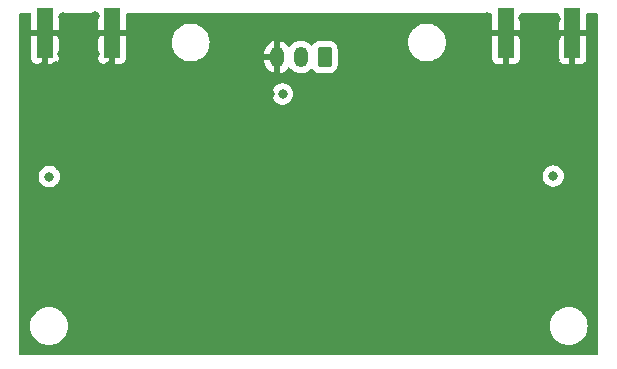
<source format=gbr>
%TF.GenerationSoftware,KiCad,Pcbnew,(6.0.1)*%
%TF.CreationDate,2022-02-11T18:02:55+00:00*%
%TF.ProjectId,Broadcast_Filter,42726f61-6463-4617-9374-5f46696c7465,rev?*%
%TF.SameCoordinates,Original*%
%TF.FileFunction,Copper,L4,Bot*%
%TF.FilePolarity,Positive*%
%FSLAX46Y46*%
G04 Gerber Fmt 4.6, Leading zero omitted, Abs format (unit mm)*
G04 Created by KiCad (PCBNEW (6.0.1)) date 2022-02-11 18:02:55*
%MOMM*%
%LPD*%
G01*
G04 APERTURE LIST*
G04 Aperture macros list*
%AMRoundRect*
0 Rectangle with rounded corners*
0 $1 Rounding radius*
0 $2 $3 $4 $5 $6 $7 $8 $9 X,Y pos of 4 corners*
0 Add a 4 corners polygon primitive as box body*
4,1,4,$2,$3,$4,$5,$6,$7,$8,$9,$2,$3,0*
0 Add four circle primitives for the rounded corners*
1,1,$1+$1,$2,$3*
1,1,$1+$1,$4,$5*
1,1,$1+$1,$6,$7*
1,1,$1+$1,$8,$9*
0 Add four rect primitives between the rounded corners*
20,1,$1+$1,$2,$3,$4,$5,0*
20,1,$1+$1,$4,$5,$6,$7,0*
20,1,$1+$1,$6,$7,$8,$9,0*
20,1,$1+$1,$8,$9,$2,$3,0*%
G04 Aperture macros list end*
%TA.AperFunction,ComponentPad*%
%ADD10RoundRect,0.250000X0.350000X0.625000X-0.350000X0.625000X-0.350000X-0.625000X0.350000X-0.625000X0*%
%TD*%
%TA.AperFunction,ComponentPad*%
%ADD11O,1.200000X1.750000*%
%TD*%
%TA.AperFunction,SMDPad,CuDef*%
%ADD12R,1.350000X4.200000*%
%TD*%
%TA.AperFunction,ViaPad*%
%ADD13C,0.800000*%
%TD*%
G04 APERTURE END LIST*
D10*
%TO.P,J2,1,Pin_1*%
%TO.N,Net-(J2-Pad1)*%
X126333000Y-104232800D03*
D11*
%TO.P,J2,2,Pin_2*%
%TO.N,Net-(J2-Pad2)*%
X124333000Y-104232800D03*
%TO.P,J2,3,Pin_3*%
%TO.N,GND*%
X122333000Y-104232800D03*
%TD*%
D12*
%TO.P,J3,2,Ext*%
%TO.N,GND*%
X141675000Y-102200000D03*
X147325000Y-102200000D03*
%TD*%
%TO.P,J1,2,Ext*%
%TO.N,GND*%
X102675000Y-102200000D03*
X108325000Y-102200000D03*
%TD*%
D13*
%TO.N,GND*%
X127838200Y-122910600D03*
X148082000Y-115392200D03*
X100914200Y-102590600D03*
X106375200Y-111074200D03*
X140665200Y-113588800D03*
X110032800Y-104013000D03*
X125018800Y-111125000D03*
X107467400Y-115062000D03*
X126187200Y-119786400D03*
X126314200Y-116611400D03*
X119507000Y-116484400D03*
X105206800Y-116408200D03*
X129184400Y-111175800D03*
X106197400Y-119634000D03*
X131177900Y-126632100D03*
X116332000Y-113588800D03*
X146685000Y-113207800D03*
X107950000Y-119684800D03*
X126199500Y-126530500D03*
X105460800Y-106197400D03*
X104749600Y-107111800D03*
X110032800Y-100990400D03*
X128104500Y-126530500D03*
X111035700Y-126479700D03*
X104698800Y-108458000D03*
X140639800Y-111099600D03*
X133527800Y-113614200D03*
X124333000Y-116306600D03*
X136220200Y-119964200D03*
X108000800Y-123139200D03*
X102006400Y-110693200D03*
X109575600Y-127914400D03*
X123037600Y-122986800D03*
X130987800Y-104648000D03*
X106908600Y-102463600D03*
X115976400Y-123240800D03*
X148437600Y-108483400D03*
X140081000Y-100863400D03*
X122897500Y-126530500D03*
X139700000Y-128295400D03*
X117830600Y-114884200D03*
X138252200Y-111099600D03*
X106324400Y-107721400D03*
X101930200Y-106095800D03*
X129260600Y-113614200D03*
X148945600Y-101015800D03*
X120345200Y-104267000D03*
X140030200Y-102438200D03*
X118237000Y-104521000D03*
X132892800Y-116890800D03*
X112750600Y-114833400D03*
X116128800Y-114782600D03*
X108077000Y-105029000D03*
X112813700Y-126479700D03*
X138277600Y-119938800D03*
X141325600Y-123088400D03*
X121716800Y-107365800D03*
X116001800Y-119888000D03*
X135991600Y-113588800D03*
X143129000Y-102438200D03*
X143332200Y-119913400D03*
X120700800Y-113563400D03*
X102336600Y-113055400D03*
X120954800Y-123063000D03*
X127279400Y-113614200D03*
X116217300Y-126530500D03*
X145846800Y-104444800D03*
X102336600Y-117449600D03*
X112750600Y-119710200D03*
X120777000Y-111099600D03*
X143459200Y-104698800D03*
X143103600Y-100965000D03*
X141605000Y-114147600D03*
X131368800Y-113639600D03*
X100939600Y-104013000D03*
X136194800Y-123012200D03*
X114477800Y-116484400D03*
X108000800Y-126542800D03*
X148996400Y-102539800D03*
X110083600Y-113614200D03*
X111023400Y-121437400D03*
X100914200Y-100990400D03*
X104775000Y-118999000D03*
X145948400Y-102565200D03*
X108051600Y-107289600D03*
X142875000Y-107518200D03*
X107823000Y-116636800D03*
X112064800Y-111125000D03*
X125044200Y-113639600D03*
X147548600Y-105689400D03*
X102006400Y-111861600D03*
X120904000Y-114681000D03*
X139725400Y-116916200D03*
X118516400Y-111125000D03*
X106908600Y-103987600D03*
X122910600Y-113614200D03*
X123012200Y-119761000D03*
X110032800Y-102412800D03*
X104114600Y-102489000D03*
X135940800Y-111125000D03*
X145923000Y-101015800D03*
X112826800Y-124866400D03*
X101904800Y-107594400D03*
X143840200Y-114452400D03*
X148132800Y-111582200D03*
X145440400Y-109016800D03*
X137959700Y-126632100D03*
X131191000Y-123113800D03*
X129717800Y-128168400D03*
X110972600Y-124841000D03*
X103555800Y-105029000D03*
X140081000Y-104571800D03*
X144399000Y-118491000D03*
X109423200Y-116535200D03*
X144094200Y-106045000D03*
X114147600Y-111125000D03*
X106883200Y-100736400D03*
X108102400Y-111074200D03*
X121005600Y-119862600D03*
X131292600Y-111150400D03*
X112750600Y-123037600D03*
X141884400Y-106019600D03*
X117983000Y-123164600D03*
X127177800Y-111125000D03*
X131114800Y-119837200D03*
X111150400Y-104648000D03*
X104063800Y-103936800D03*
X114198400Y-113512600D03*
X102438200Y-105054400D03*
X125958600Y-122936000D03*
X148920200Y-104165400D03*
X122910600Y-111048800D03*
X145440400Y-107391200D03*
X146558000Y-117144800D03*
X107696000Y-113360200D03*
X134823200Y-128143000D03*
X129590800Y-116865400D03*
X104343200Y-110007400D03*
X101930200Y-109143800D03*
X145745200Y-110845600D03*
X138303000Y-113588800D03*
X119481600Y-128016000D03*
X111023400Y-119684800D03*
X104800400Y-117576600D03*
X133045200Y-119710200D03*
X141198600Y-126619000D03*
X110032800Y-111125000D03*
X136334100Y-126632100D03*
X101396800Y-114300000D03*
X105232200Y-114630200D03*
X133553200Y-111150400D03*
X138353800Y-104571800D03*
X121043300Y-126530500D03*
X118618000Y-113614200D03*
X112191800Y-113512600D03*
X144322800Y-117017800D03*
X108000800Y-124815600D03*
X117944500Y-126530500D03*
X122377200Y-101447600D03*
X133082900Y-126632100D03*
X141630400Y-116941600D03*
X127863600Y-119786400D03*
X110972600Y-123139200D03*
X122809000Y-114681000D03*
X117957600Y-119761000D03*
X133121400Y-123063000D03*
X136372600Y-116865400D03*
X104165400Y-100863400D03*
X114528600Y-128092200D03*
X141605000Y-115519200D03*
X124561600Y-128066800D03*
X111099600Y-114884200D03*
X138176000Y-123063000D03*
X141325600Y-119913400D03*
X112826800Y-121412000D03*
X143433800Y-111150400D03*
X148107400Y-109931200D03*
X148463000Y-107010200D03*
X106299000Y-105181400D03*
X116306600Y-111125000D03*
X108000800Y-121361200D03*
%TO.N,/Thru*%
X103022400Y-114350800D03*
X122782468Y-107365800D03*
X145694400Y-114300000D03*
%TD*%
%TA.AperFunction,Conductor*%
%TO.N,GND*%
G36*
X101442121Y-100520002D02*
G01*
X101488614Y-100573658D01*
X101500000Y-100626000D01*
X101500000Y-101927885D01*
X101504475Y-101943124D01*
X101505865Y-101944329D01*
X101513548Y-101946000D01*
X103831885Y-101946000D01*
X103847124Y-101941525D01*
X103848329Y-101940135D01*
X103850000Y-101932452D01*
X103850000Y-100626000D01*
X103870002Y-100557879D01*
X103923658Y-100511386D01*
X103976000Y-100500000D01*
X107024000Y-100500000D01*
X107092121Y-100520002D01*
X107138614Y-100573658D01*
X107150000Y-100626000D01*
X107150000Y-101927885D01*
X107154475Y-101943124D01*
X107155865Y-101944329D01*
X107163548Y-101946000D01*
X109481885Y-101946000D01*
X109497124Y-101941525D01*
X109498329Y-101940135D01*
X109500000Y-101932452D01*
X109500000Y-100626000D01*
X109520002Y-100557879D01*
X109573658Y-100511386D01*
X109626000Y-100500000D01*
X140374000Y-100500000D01*
X140442121Y-100520002D01*
X140488614Y-100573658D01*
X140500000Y-100626000D01*
X140500000Y-101927885D01*
X140504475Y-101943124D01*
X140505865Y-101944329D01*
X140513548Y-101946000D01*
X142831885Y-101946000D01*
X142847124Y-101941525D01*
X142848329Y-101940135D01*
X142850000Y-101932452D01*
X142850000Y-100626000D01*
X142870002Y-100557879D01*
X142923658Y-100511386D01*
X142976000Y-100500000D01*
X146024000Y-100500000D01*
X146092121Y-100520002D01*
X146138614Y-100573658D01*
X146150000Y-100626000D01*
X146150000Y-101927885D01*
X146154475Y-101943124D01*
X146155865Y-101944329D01*
X146163548Y-101946000D01*
X148481885Y-101946000D01*
X148497124Y-101941525D01*
X148498329Y-101940135D01*
X148500000Y-101932452D01*
X148500000Y-100626000D01*
X148520002Y-100557879D01*
X148573658Y-100511386D01*
X148626000Y-100500000D01*
X149374000Y-100500000D01*
X149442121Y-100520002D01*
X149488614Y-100573658D01*
X149500000Y-100626000D01*
X149500000Y-129374000D01*
X149479998Y-129442121D01*
X149426342Y-129488614D01*
X149374000Y-129500000D01*
X100626000Y-129500000D01*
X100557879Y-129479998D01*
X100511386Y-129426342D01*
X100500000Y-129374000D01*
X100500000Y-127000000D01*
X101394551Y-127000000D01*
X101414317Y-127251148D01*
X101473127Y-127496111D01*
X101569534Y-127728859D01*
X101701164Y-127943659D01*
X101704376Y-127947419D01*
X101704379Y-127947424D01*
X101849256Y-128117052D01*
X101864776Y-128135224D01*
X101868538Y-128138437D01*
X102052576Y-128295621D01*
X102052581Y-128295624D01*
X102056341Y-128298836D01*
X102271141Y-128430466D01*
X102275711Y-128432359D01*
X102275715Y-128432361D01*
X102499316Y-128524979D01*
X102503889Y-128526873D01*
X102588289Y-128547135D01*
X102744039Y-128584528D01*
X102744045Y-128584529D01*
X102748852Y-128585683D01*
X102837149Y-128592632D01*
X102934661Y-128600307D01*
X102934670Y-128600307D01*
X102937118Y-128600500D01*
X103062882Y-128600500D01*
X103065330Y-128600307D01*
X103065339Y-128600307D01*
X103162851Y-128592632D01*
X103251148Y-128585683D01*
X103255955Y-128584529D01*
X103255961Y-128584528D01*
X103411711Y-128547135D01*
X103496111Y-128526873D01*
X103500684Y-128524979D01*
X103724285Y-128432361D01*
X103724289Y-128432359D01*
X103728859Y-128430466D01*
X103943659Y-128298836D01*
X103947419Y-128295624D01*
X103947424Y-128295621D01*
X104131462Y-128138437D01*
X104135224Y-128135224D01*
X104150744Y-128117052D01*
X104295621Y-127947424D01*
X104295624Y-127947419D01*
X104298836Y-127943659D01*
X104430466Y-127728859D01*
X104526873Y-127496111D01*
X104585683Y-127251148D01*
X104605449Y-127000000D01*
X145394551Y-127000000D01*
X145414317Y-127251148D01*
X145473127Y-127496111D01*
X145569534Y-127728859D01*
X145701164Y-127943659D01*
X145704376Y-127947419D01*
X145704379Y-127947424D01*
X145849256Y-128117052D01*
X145864776Y-128135224D01*
X145868538Y-128138437D01*
X146052576Y-128295621D01*
X146052581Y-128295624D01*
X146056341Y-128298836D01*
X146271141Y-128430466D01*
X146275711Y-128432359D01*
X146275715Y-128432361D01*
X146499316Y-128524979D01*
X146503889Y-128526873D01*
X146588289Y-128547135D01*
X146744039Y-128584528D01*
X146744045Y-128584529D01*
X146748852Y-128585683D01*
X146837149Y-128592632D01*
X146934661Y-128600307D01*
X146934670Y-128600307D01*
X146937118Y-128600500D01*
X147062882Y-128600500D01*
X147065330Y-128600307D01*
X147065339Y-128600307D01*
X147162851Y-128592632D01*
X147251148Y-128585683D01*
X147255955Y-128584529D01*
X147255961Y-128584528D01*
X147411711Y-128547135D01*
X147496111Y-128526873D01*
X147500684Y-128524979D01*
X147724285Y-128432361D01*
X147724289Y-128432359D01*
X147728859Y-128430466D01*
X147943659Y-128298836D01*
X147947419Y-128295624D01*
X147947424Y-128295621D01*
X148131462Y-128138437D01*
X148135224Y-128135224D01*
X148150744Y-128117052D01*
X148295621Y-127947424D01*
X148295624Y-127947419D01*
X148298836Y-127943659D01*
X148430466Y-127728859D01*
X148526873Y-127496111D01*
X148585683Y-127251148D01*
X148605449Y-127000000D01*
X148585683Y-126748852D01*
X148526873Y-126503889D01*
X148430466Y-126271141D01*
X148298836Y-126056341D01*
X148295624Y-126052581D01*
X148295621Y-126052576D01*
X148138437Y-125868538D01*
X148135224Y-125864776D01*
X148117052Y-125849256D01*
X147947424Y-125704379D01*
X147947419Y-125704376D01*
X147943659Y-125701164D01*
X147728859Y-125569534D01*
X147724289Y-125567641D01*
X147724285Y-125567639D01*
X147500684Y-125475021D01*
X147500682Y-125475020D01*
X147496111Y-125473127D01*
X147411711Y-125452865D01*
X147255961Y-125415472D01*
X147255955Y-125415471D01*
X147251148Y-125414317D01*
X147162851Y-125407368D01*
X147065339Y-125399693D01*
X147065330Y-125399693D01*
X147062882Y-125399500D01*
X146937118Y-125399500D01*
X146934670Y-125399693D01*
X146934661Y-125399693D01*
X146837149Y-125407368D01*
X146748852Y-125414317D01*
X146744045Y-125415471D01*
X146744039Y-125415472D01*
X146588289Y-125452865D01*
X146503889Y-125473127D01*
X146499318Y-125475020D01*
X146499316Y-125475021D01*
X146275715Y-125567639D01*
X146275711Y-125567641D01*
X146271141Y-125569534D01*
X146056341Y-125701164D01*
X146052581Y-125704376D01*
X146052576Y-125704379D01*
X145882948Y-125849256D01*
X145864776Y-125864776D01*
X145861563Y-125868538D01*
X145704379Y-126052576D01*
X145704376Y-126052581D01*
X145701164Y-126056341D01*
X145569534Y-126271141D01*
X145473127Y-126503889D01*
X145414317Y-126748852D01*
X145394551Y-127000000D01*
X104605449Y-127000000D01*
X104585683Y-126748852D01*
X104526873Y-126503889D01*
X104430466Y-126271141D01*
X104298836Y-126056341D01*
X104295624Y-126052581D01*
X104295621Y-126052576D01*
X104138437Y-125868538D01*
X104135224Y-125864776D01*
X104117052Y-125849256D01*
X103947424Y-125704379D01*
X103947419Y-125704376D01*
X103943659Y-125701164D01*
X103728859Y-125569534D01*
X103724289Y-125567641D01*
X103724285Y-125567639D01*
X103500684Y-125475021D01*
X103500682Y-125475020D01*
X103496111Y-125473127D01*
X103411711Y-125452865D01*
X103255961Y-125415472D01*
X103255955Y-125415471D01*
X103251148Y-125414317D01*
X103162851Y-125407368D01*
X103065339Y-125399693D01*
X103065330Y-125399693D01*
X103062882Y-125399500D01*
X102937118Y-125399500D01*
X102934670Y-125399693D01*
X102934661Y-125399693D01*
X102837149Y-125407368D01*
X102748852Y-125414317D01*
X102744045Y-125415471D01*
X102744039Y-125415472D01*
X102588289Y-125452865D01*
X102503889Y-125473127D01*
X102499318Y-125475020D01*
X102499316Y-125475021D01*
X102275715Y-125567639D01*
X102275711Y-125567641D01*
X102271141Y-125569534D01*
X102056341Y-125701164D01*
X102052581Y-125704376D01*
X102052576Y-125704379D01*
X101882948Y-125849256D01*
X101864776Y-125864776D01*
X101861563Y-125868538D01*
X101704379Y-126052576D01*
X101704376Y-126052581D01*
X101701164Y-126056341D01*
X101569534Y-126271141D01*
X101473127Y-126503889D01*
X101414317Y-126748852D01*
X101394551Y-127000000D01*
X100500000Y-127000000D01*
X100500000Y-114350800D01*
X102116940Y-114350800D01*
X102117630Y-114357365D01*
X102132047Y-114494534D01*
X102136726Y-114539056D01*
X102195221Y-114719084D01*
X102289867Y-114883016D01*
X102294285Y-114887923D01*
X102294286Y-114887924D01*
X102366374Y-114967985D01*
X102416529Y-115023688D01*
X102421868Y-115027567D01*
X102499750Y-115084151D01*
X102569670Y-115134951D01*
X102742597Y-115211944D01*
X102840612Y-115232778D01*
X102921297Y-115249928D01*
X102921301Y-115249928D01*
X102927754Y-115251300D01*
X103117046Y-115251300D01*
X103123499Y-115249928D01*
X103123503Y-115249928D01*
X103204188Y-115232778D01*
X103302203Y-115211944D01*
X103475130Y-115134951D01*
X103545051Y-115084151D01*
X103622932Y-115027567D01*
X103628271Y-115023688D01*
X103678427Y-114967985D01*
X103750514Y-114887924D01*
X103750515Y-114887923D01*
X103754933Y-114883016D01*
X103849579Y-114719084D01*
X103908074Y-114539056D01*
X103912754Y-114494534D01*
X103927170Y-114357365D01*
X103927860Y-114350800D01*
X103922521Y-114300000D01*
X144788940Y-114300000D01*
X144808726Y-114488256D01*
X144867221Y-114668284D01*
X144870524Y-114674006D01*
X144870525Y-114674007D01*
X144951632Y-114814488D01*
X144961867Y-114832216D01*
X144966285Y-114837123D01*
X144966286Y-114837124D01*
X145007608Y-114883016D01*
X145088529Y-114972888D01*
X145241670Y-115084151D01*
X145414597Y-115161144D01*
X145512612Y-115181978D01*
X145593297Y-115199128D01*
X145593301Y-115199128D01*
X145599754Y-115200500D01*
X145789046Y-115200500D01*
X145795499Y-115199128D01*
X145795503Y-115199128D01*
X145876188Y-115181978D01*
X145974203Y-115161144D01*
X146147130Y-115084151D01*
X146300271Y-114972888D01*
X146381193Y-114883016D01*
X146422514Y-114837124D01*
X146422515Y-114837123D01*
X146426933Y-114832216D01*
X146437168Y-114814488D01*
X146518275Y-114674007D01*
X146518276Y-114674006D01*
X146521579Y-114668284D01*
X146580074Y-114488256D01*
X146599860Y-114300000D01*
X146585413Y-114162544D01*
X146580764Y-114118307D01*
X146580764Y-114118305D01*
X146580074Y-114111744D01*
X146521579Y-113931716D01*
X146426933Y-113767784D01*
X146422514Y-113762876D01*
X146304686Y-113632015D01*
X146304684Y-113632014D01*
X146300271Y-113627112D01*
X146222392Y-113570530D01*
X146152472Y-113519730D01*
X146152471Y-113519729D01*
X146147130Y-113515849D01*
X145974203Y-113438856D01*
X145876188Y-113418022D01*
X145795503Y-113400872D01*
X145795499Y-113400872D01*
X145789046Y-113399500D01*
X145599754Y-113399500D01*
X145593301Y-113400872D01*
X145593297Y-113400872D01*
X145512612Y-113418022D01*
X145414597Y-113438856D01*
X145241670Y-113515849D01*
X145236329Y-113519729D01*
X145236328Y-113519730D01*
X145166408Y-113570530D01*
X145088529Y-113627112D01*
X145084116Y-113632014D01*
X145084114Y-113632015D01*
X144966286Y-113762876D01*
X144961867Y-113767784D01*
X144867221Y-113931716D01*
X144808726Y-114111744D01*
X144808036Y-114118305D01*
X144808036Y-114118307D01*
X144803387Y-114162544D01*
X144788940Y-114300000D01*
X103922521Y-114300000D01*
X103908074Y-114162544D01*
X103849579Y-113982516D01*
X103816946Y-113925993D01*
X103758236Y-113824305D01*
X103754933Y-113818584D01*
X103714344Y-113773505D01*
X103632686Y-113682815D01*
X103632684Y-113682814D01*
X103628271Y-113677912D01*
X103475130Y-113566649D01*
X103302203Y-113489656D01*
X103204188Y-113468822D01*
X103123503Y-113451672D01*
X103123499Y-113451672D01*
X103117046Y-113450300D01*
X102927754Y-113450300D01*
X102921301Y-113451672D01*
X102921297Y-113451672D01*
X102840612Y-113468822D01*
X102742597Y-113489656D01*
X102569670Y-113566649D01*
X102416529Y-113677912D01*
X102412116Y-113682814D01*
X102412114Y-113682815D01*
X102330456Y-113773505D01*
X102289867Y-113818584D01*
X102286564Y-113824305D01*
X102227855Y-113925993D01*
X102195221Y-113982516D01*
X102136726Y-114162544D01*
X102116940Y-114350800D01*
X100500000Y-114350800D01*
X100500000Y-107365800D01*
X121877008Y-107365800D01*
X121896794Y-107554056D01*
X121955289Y-107734084D01*
X122049935Y-107898016D01*
X122176597Y-108038688D01*
X122329738Y-108149951D01*
X122502665Y-108226944D01*
X122600680Y-108247778D01*
X122681365Y-108264928D01*
X122681369Y-108264928D01*
X122687822Y-108266300D01*
X122877114Y-108266300D01*
X122883567Y-108264928D01*
X122883571Y-108264928D01*
X122964256Y-108247778D01*
X123062271Y-108226944D01*
X123235198Y-108149951D01*
X123388339Y-108038688D01*
X123515001Y-107898016D01*
X123609647Y-107734084D01*
X123668142Y-107554056D01*
X123687928Y-107365800D01*
X123668142Y-107177544D01*
X123609647Y-106997516D01*
X123515001Y-106833584D01*
X123388339Y-106692912D01*
X123235198Y-106581649D01*
X123062271Y-106504656D01*
X122964256Y-106483822D01*
X122883571Y-106466672D01*
X122883567Y-106466672D01*
X122877114Y-106465300D01*
X122687822Y-106465300D01*
X122681369Y-106466672D01*
X122681365Y-106466672D01*
X122600680Y-106483822D01*
X122502665Y-106504656D01*
X122329738Y-106581649D01*
X122176597Y-106692912D01*
X122049935Y-106833584D01*
X121955289Y-106997516D01*
X121896794Y-107177544D01*
X121877008Y-107365800D01*
X100500000Y-107365800D01*
X100500000Y-104343915D01*
X101500000Y-104343915D01*
X101500369Y-104350729D01*
X101505789Y-104400621D01*
X101509414Y-104415867D01*
X101553767Y-104534177D01*
X101562299Y-104549763D01*
X101637430Y-104650009D01*
X101649991Y-104662570D01*
X101750237Y-104737701D01*
X101765823Y-104746233D01*
X101884133Y-104790586D01*
X101899379Y-104794211D01*
X101949271Y-104799631D01*
X101956085Y-104800000D01*
X102402885Y-104800000D01*
X102418124Y-104795525D01*
X102419329Y-104794135D01*
X102421000Y-104786452D01*
X102421000Y-104781885D01*
X102929000Y-104781885D01*
X102933475Y-104797124D01*
X102934865Y-104798329D01*
X102942548Y-104800000D01*
X103393915Y-104800000D01*
X103400729Y-104799631D01*
X103450621Y-104794211D01*
X103465867Y-104790586D01*
X103584177Y-104746233D01*
X103599763Y-104737701D01*
X103700009Y-104662570D01*
X103712570Y-104650009D01*
X103787701Y-104549763D01*
X103796233Y-104534177D01*
X103840586Y-104415867D01*
X103844211Y-104400621D01*
X103849631Y-104350729D01*
X103850000Y-104343915D01*
X107150000Y-104343915D01*
X107150369Y-104350729D01*
X107155789Y-104400621D01*
X107159414Y-104415867D01*
X107203767Y-104534177D01*
X107212299Y-104549763D01*
X107287430Y-104650009D01*
X107299991Y-104662570D01*
X107400237Y-104737701D01*
X107415823Y-104746233D01*
X107534133Y-104790586D01*
X107549379Y-104794211D01*
X107599271Y-104799631D01*
X107606085Y-104800000D01*
X108052885Y-104800000D01*
X108068124Y-104795525D01*
X108069329Y-104794135D01*
X108071000Y-104786452D01*
X108071000Y-104781885D01*
X108579000Y-104781885D01*
X108583475Y-104797124D01*
X108584865Y-104798329D01*
X108592548Y-104800000D01*
X109043915Y-104800000D01*
X109050729Y-104799631D01*
X109100621Y-104794211D01*
X109115867Y-104790586D01*
X109234177Y-104746233D01*
X109249763Y-104737701D01*
X109350009Y-104662570D01*
X109362570Y-104650009D01*
X109437701Y-104549763D01*
X109446233Y-104534177D01*
X109490586Y-104415867D01*
X109494211Y-104400621D01*
X109499631Y-104350729D01*
X109500000Y-104343915D01*
X109500000Y-103000000D01*
X113394551Y-103000000D01*
X113414317Y-103251148D01*
X113415471Y-103255955D01*
X113415472Y-103255961D01*
X113442970Y-103370498D01*
X113473127Y-103496111D01*
X113475020Y-103500682D01*
X113475021Y-103500684D01*
X113500088Y-103561200D01*
X113569534Y-103728859D01*
X113701164Y-103943659D01*
X113704376Y-103947419D01*
X113704379Y-103947424D01*
X113729750Y-103977129D01*
X113864776Y-104135224D01*
X113868538Y-104138437D01*
X114052576Y-104295621D01*
X114052581Y-104295624D01*
X114056341Y-104298836D01*
X114271141Y-104430466D01*
X114275711Y-104432359D01*
X114275715Y-104432361D01*
X114450877Y-104504915D01*
X114503889Y-104526873D01*
X114534313Y-104534177D01*
X114744039Y-104584528D01*
X114744045Y-104584529D01*
X114748852Y-104585683D01*
X114837149Y-104592632D01*
X114934661Y-104600307D01*
X114934670Y-104600307D01*
X114937118Y-104600500D01*
X115062882Y-104600500D01*
X115065330Y-104600307D01*
X115065339Y-104600307D01*
X115162851Y-104592632D01*
X115251148Y-104585683D01*
X115255955Y-104584529D01*
X115255961Y-104584528D01*
X115369565Y-104557254D01*
X121233000Y-104557254D01*
X121233285Y-104563230D01*
X121247362Y-104710774D01*
X121249621Y-104722509D01*
X121305333Y-104912415D01*
X121309763Y-104923491D01*
X121400381Y-105099437D01*
X121406831Y-105109483D01*
X121529081Y-105265114D01*
X121537321Y-105273767D01*
X121686791Y-105403470D01*
X121696511Y-105410404D01*
X121867812Y-105509504D01*
X121878676Y-105514478D01*
X122065292Y-105579282D01*
X122075009Y-105577897D01*
X122079000Y-105564332D01*
X122079000Y-105559974D01*
X122587000Y-105559974D01*
X122590973Y-105573505D01*
X122600399Y-105574860D01*
X122686928Y-105554006D01*
X122698207Y-105550123D01*
X122878378Y-105468203D01*
X122888718Y-105462257D01*
X123050146Y-105347749D01*
X123059174Y-105339956D01*
X123196036Y-105196988D01*
X123203438Y-105187616D01*
X123226783Y-105151461D01*
X123280538Y-105105083D01*
X123350834Y-105095130D01*
X123415351Y-105124762D01*
X123431716Y-105141972D01*
X123532424Y-105270179D01*
X123536954Y-105274110D01*
X123536955Y-105274111D01*
X123686498Y-105403879D01*
X123686503Y-105403883D01*
X123691029Y-105407810D01*
X123872799Y-105512966D01*
X123945466Y-105538200D01*
X124065509Y-105579886D01*
X124065511Y-105579886D01*
X124071174Y-105581853D01*
X124077109Y-105582714D01*
X124077111Y-105582714D01*
X124273056Y-105611125D01*
X124273059Y-105611125D01*
X124278996Y-105611986D01*
X124488767Y-105602277D01*
X124620547Y-105570518D01*
X124687085Y-105554482D01*
X124687087Y-105554481D01*
X124692918Y-105553076D01*
X124698376Y-105550594D01*
X124698380Y-105550593D01*
X124878626Y-105468640D01*
X124884081Y-105466160D01*
X125055360Y-105344663D01*
X125153173Y-105242486D01*
X125214728Y-105207110D01*
X125285638Y-105210629D01*
X125343388Y-105251925D01*
X125351326Y-105263301D01*
X125390834Y-105327145D01*
X125514689Y-105450784D01*
X125663666Y-105542614D01*
X125670614Y-105544919D01*
X125670615Y-105544919D01*
X125823241Y-105595544D01*
X125823243Y-105595545D01*
X125829772Y-105597710D01*
X125933134Y-105608300D01*
X126732866Y-105608300D01*
X126736112Y-105607963D01*
X126736116Y-105607963D01*
X126830661Y-105598153D01*
X126830665Y-105598152D01*
X126837519Y-105597441D01*
X126844055Y-105595260D01*
X126844057Y-105595260D01*
X126996581Y-105544374D01*
X127003529Y-105542056D01*
X127152345Y-105449966D01*
X127275984Y-105326111D01*
X127367814Y-105177134D01*
X127391727Y-105105039D01*
X127420744Y-105017559D01*
X127420745Y-105017557D01*
X127422910Y-105011028D01*
X127433500Y-104907666D01*
X127433500Y-103557934D01*
X127422641Y-103453281D01*
X127367256Y-103287271D01*
X127275166Y-103138455D01*
X127151311Y-103014816D01*
X127127275Y-103000000D01*
X133394551Y-103000000D01*
X133414317Y-103251148D01*
X133415471Y-103255955D01*
X133415472Y-103255961D01*
X133442970Y-103370498D01*
X133473127Y-103496111D01*
X133475020Y-103500682D01*
X133475021Y-103500684D01*
X133500088Y-103561200D01*
X133569534Y-103728859D01*
X133701164Y-103943659D01*
X133704376Y-103947419D01*
X133704379Y-103947424D01*
X133729750Y-103977129D01*
X133864776Y-104135224D01*
X133868538Y-104138437D01*
X134052576Y-104295621D01*
X134052581Y-104295624D01*
X134056341Y-104298836D01*
X134271141Y-104430466D01*
X134275711Y-104432359D01*
X134275715Y-104432361D01*
X134450877Y-104504915D01*
X134503889Y-104526873D01*
X134534313Y-104534177D01*
X134744039Y-104584528D01*
X134744045Y-104584529D01*
X134748852Y-104585683D01*
X134837149Y-104592632D01*
X134934661Y-104600307D01*
X134934670Y-104600307D01*
X134937118Y-104600500D01*
X135062882Y-104600500D01*
X135065330Y-104600307D01*
X135065339Y-104600307D01*
X135162851Y-104592632D01*
X135251148Y-104585683D01*
X135255955Y-104584529D01*
X135255961Y-104584528D01*
X135465687Y-104534177D01*
X135496111Y-104526873D01*
X135549123Y-104504915D01*
X135724285Y-104432361D01*
X135724289Y-104432359D01*
X135728859Y-104430466D01*
X135870097Y-104343915D01*
X140500000Y-104343915D01*
X140500369Y-104350729D01*
X140505789Y-104400621D01*
X140509414Y-104415867D01*
X140553767Y-104534177D01*
X140562299Y-104549763D01*
X140637430Y-104650009D01*
X140649991Y-104662570D01*
X140750237Y-104737701D01*
X140765823Y-104746233D01*
X140884133Y-104790586D01*
X140899379Y-104794211D01*
X140949271Y-104799631D01*
X140956085Y-104800000D01*
X141402885Y-104800000D01*
X141418124Y-104795525D01*
X141419329Y-104794135D01*
X141421000Y-104786452D01*
X141421000Y-104781885D01*
X141929000Y-104781885D01*
X141933475Y-104797124D01*
X141934865Y-104798329D01*
X141942548Y-104800000D01*
X142393915Y-104800000D01*
X142400729Y-104799631D01*
X142450621Y-104794211D01*
X142465867Y-104790586D01*
X142584177Y-104746233D01*
X142599763Y-104737701D01*
X142700009Y-104662570D01*
X142712570Y-104650009D01*
X142787701Y-104549763D01*
X142796233Y-104534177D01*
X142840586Y-104415867D01*
X142844211Y-104400621D01*
X142849631Y-104350729D01*
X142850000Y-104343915D01*
X146150000Y-104343915D01*
X146150369Y-104350729D01*
X146155789Y-104400621D01*
X146159414Y-104415867D01*
X146203767Y-104534177D01*
X146212299Y-104549763D01*
X146287430Y-104650009D01*
X146299991Y-104662570D01*
X146400237Y-104737701D01*
X146415823Y-104746233D01*
X146534133Y-104790586D01*
X146549379Y-104794211D01*
X146599271Y-104799631D01*
X146606085Y-104800000D01*
X147052885Y-104800000D01*
X147068124Y-104795525D01*
X147069329Y-104794135D01*
X147071000Y-104786452D01*
X147071000Y-104781885D01*
X147579000Y-104781885D01*
X147583475Y-104797124D01*
X147584865Y-104798329D01*
X147592548Y-104800000D01*
X148043915Y-104800000D01*
X148050729Y-104799631D01*
X148100621Y-104794211D01*
X148115867Y-104790586D01*
X148234177Y-104746233D01*
X148249763Y-104737701D01*
X148350009Y-104662570D01*
X148362570Y-104650009D01*
X148437701Y-104549763D01*
X148446233Y-104534177D01*
X148490586Y-104415867D01*
X148494211Y-104400621D01*
X148499631Y-104350729D01*
X148500000Y-104343915D01*
X148500000Y-102472115D01*
X148495525Y-102456876D01*
X148494135Y-102455671D01*
X148486452Y-102454000D01*
X147597115Y-102454000D01*
X147581876Y-102458475D01*
X147580671Y-102459865D01*
X147579000Y-102467548D01*
X147579000Y-104781885D01*
X147071000Y-104781885D01*
X147071000Y-102472115D01*
X147066525Y-102456876D01*
X147065135Y-102455671D01*
X147057452Y-102454000D01*
X146168115Y-102454000D01*
X146152876Y-102458475D01*
X146151671Y-102459865D01*
X146150000Y-102467548D01*
X146150000Y-104343915D01*
X142850000Y-104343915D01*
X142850000Y-102472115D01*
X142845525Y-102456876D01*
X142844135Y-102455671D01*
X142836452Y-102454000D01*
X141947115Y-102454000D01*
X141931876Y-102458475D01*
X141930671Y-102459865D01*
X141929000Y-102467548D01*
X141929000Y-104781885D01*
X141421000Y-104781885D01*
X141421000Y-102472115D01*
X141416525Y-102456876D01*
X141415135Y-102455671D01*
X141407452Y-102454000D01*
X140518115Y-102454000D01*
X140502876Y-102458475D01*
X140501671Y-102459865D01*
X140500000Y-102467548D01*
X140500000Y-104343915D01*
X135870097Y-104343915D01*
X135943659Y-104298836D01*
X135947419Y-104295624D01*
X135947424Y-104295621D01*
X136131462Y-104138437D01*
X136135224Y-104135224D01*
X136270250Y-103977129D01*
X136295621Y-103947424D01*
X136295624Y-103947419D01*
X136298836Y-103943659D01*
X136430466Y-103728859D01*
X136499913Y-103561200D01*
X136524979Y-103500684D01*
X136524980Y-103500682D01*
X136526873Y-103496111D01*
X136557030Y-103370498D01*
X136584528Y-103255961D01*
X136584529Y-103255955D01*
X136585683Y-103251148D01*
X136605449Y-103000000D01*
X136585683Y-102748852D01*
X136526873Y-102503889D01*
X136506901Y-102455671D01*
X136432361Y-102275715D01*
X136432359Y-102275711D01*
X136430466Y-102271141D01*
X136298836Y-102056341D01*
X136295624Y-102052581D01*
X136295621Y-102052576D01*
X136138437Y-101868538D01*
X136135224Y-101864776D01*
X136117052Y-101849256D01*
X135947424Y-101704379D01*
X135947419Y-101704376D01*
X135943659Y-101701164D01*
X135728859Y-101569534D01*
X135724289Y-101567641D01*
X135724285Y-101567639D01*
X135500684Y-101475021D01*
X135500682Y-101475020D01*
X135496111Y-101473127D01*
X135411711Y-101452865D01*
X135255961Y-101415472D01*
X135255955Y-101415471D01*
X135251148Y-101414317D01*
X135162851Y-101407368D01*
X135065339Y-101399693D01*
X135065330Y-101399693D01*
X135062882Y-101399500D01*
X134937118Y-101399500D01*
X134934670Y-101399693D01*
X134934661Y-101399693D01*
X134837149Y-101407368D01*
X134748852Y-101414317D01*
X134744045Y-101415471D01*
X134744039Y-101415472D01*
X134588289Y-101452865D01*
X134503889Y-101473127D01*
X134499318Y-101475020D01*
X134499316Y-101475021D01*
X134275715Y-101567639D01*
X134275711Y-101567641D01*
X134271141Y-101569534D01*
X134056341Y-101701164D01*
X134052581Y-101704376D01*
X134052576Y-101704379D01*
X133882948Y-101849256D01*
X133864776Y-101864776D01*
X133861563Y-101868538D01*
X133704379Y-102052576D01*
X133704376Y-102052581D01*
X133701164Y-102056341D01*
X133569534Y-102271141D01*
X133567641Y-102275711D01*
X133567639Y-102275715D01*
X133493099Y-102455671D01*
X133473127Y-102503889D01*
X133414317Y-102748852D01*
X133394551Y-103000000D01*
X127127275Y-103000000D01*
X127002334Y-102922986D01*
X126966554Y-102911118D01*
X126842759Y-102870056D01*
X126842757Y-102870055D01*
X126836228Y-102867890D01*
X126732866Y-102857300D01*
X125933134Y-102857300D01*
X125929888Y-102857637D01*
X125929884Y-102857637D01*
X125835339Y-102867447D01*
X125835335Y-102867448D01*
X125828481Y-102868159D01*
X125821945Y-102870340D01*
X125821943Y-102870340D01*
X125716178Y-102905626D01*
X125662471Y-102923544D01*
X125513655Y-103015634D01*
X125390016Y-103139489D01*
X125386176Y-103145719D01*
X125386175Y-103145720D01*
X125352719Y-103199996D01*
X125299947Y-103247489D01*
X125229875Y-103258913D01*
X125164751Y-103230639D01*
X125146376Y-103211716D01*
X125133576Y-103195421D01*
X125075106Y-103144683D01*
X124979502Y-103061721D01*
X124979497Y-103061717D01*
X124974971Y-103057790D01*
X124793201Y-102952634D01*
X124677696Y-102912524D01*
X124600491Y-102885714D01*
X124600489Y-102885714D01*
X124594826Y-102883747D01*
X124588891Y-102882886D01*
X124588889Y-102882886D01*
X124392944Y-102854475D01*
X124392941Y-102854475D01*
X124387004Y-102853614D01*
X124177233Y-102863323D01*
X124063471Y-102890740D01*
X123978915Y-102911118D01*
X123978913Y-102911119D01*
X123973082Y-102912524D01*
X123967624Y-102915006D01*
X123967620Y-102915007D01*
X123877250Y-102956096D01*
X123781919Y-102999440D01*
X123610640Y-103120937D01*
X123465425Y-103272631D01*
X123462173Y-103277668D01*
X123462171Y-103277670D01*
X123438606Y-103314166D01*
X123384852Y-103360544D01*
X123314556Y-103370498D01*
X123250039Y-103340867D01*
X123233668Y-103323652D01*
X123136919Y-103200486D01*
X123128679Y-103191833D01*
X122979209Y-103062130D01*
X122969489Y-103055196D01*
X122798188Y-102956096D01*
X122787324Y-102951122D01*
X122600708Y-102886318D01*
X122590991Y-102887703D01*
X122587000Y-102901268D01*
X122587000Y-105559974D01*
X122079000Y-105559974D01*
X122079000Y-104504915D01*
X122074525Y-104489676D01*
X122073135Y-104488471D01*
X122065452Y-104486800D01*
X121251115Y-104486800D01*
X121235876Y-104491275D01*
X121234671Y-104492665D01*
X121233000Y-104500348D01*
X121233000Y-104557254D01*
X115369565Y-104557254D01*
X115465687Y-104534177D01*
X115496111Y-104526873D01*
X115549123Y-104504915D01*
X115724285Y-104432361D01*
X115724289Y-104432359D01*
X115728859Y-104430466D01*
X115943659Y-104298836D01*
X115947419Y-104295624D01*
X115947424Y-104295621D01*
X116131462Y-104138437D01*
X116135224Y-104135224D01*
X116270250Y-103977129D01*
X116284295Y-103960685D01*
X121233000Y-103960685D01*
X121237475Y-103975924D01*
X121238865Y-103977129D01*
X121246548Y-103978800D01*
X122060885Y-103978800D01*
X122076124Y-103974325D01*
X122077329Y-103972935D01*
X122079000Y-103965252D01*
X122079000Y-102905626D01*
X122075027Y-102892095D01*
X122065601Y-102890740D01*
X121979072Y-102911594D01*
X121967793Y-102915477D01*
X121787622Y-102997397D01*
X121777282Y-103003343D01*
X121615854Y-103117851D01*
X121606826Y-103125644D01*
X121469964Y-103268612D01*
X121462568Y-103277977D01*
X121355213Y-103444240D01*
X121349717Y-103454843D01*
X121275743Y-103638396D01*
X121272350Y-103649851D01*
X121234139Y-103845522D01*
X121233065Y-103854357D01*
X121233000Y-103857042D01*
X121233000Y-103960685D01*
X116284295Y-103960685D01*
X116295621Y-103947424D01*
X116295624Y-103947419D01*
X116298836Y-103943659D01*
X116430466Y-103728859D01*
X116499913Y-103561200D01*
X116524979Y-103500684D01*
X116524980Y-103500682D01*
X116526873Y-103496111D01*
X116557030Y-103370498D01*
X116584528Y-103255961D01*
X116584529Y-103255955D01*
X116585683Y-103251148D01*
X116605449Y-103000000D01*
X116585683Y-102748852D01*
X116526873Y-102503889D01*
X116506901Y-102455671D01*
X116432361Y-102275715D01*
X116432359Y-102275711D01*
X116430466Y-102271141D01*
X116298836Y-102056341D01*
X116295624Y-102052581D01*
X116295621Y-102052576D01*
X116138437Y-101868538D01*
X116135224Y-101864776D01*
X116117052Y-101849256D01*
X115947424Y-101704379D01*
X115947419Y-101704376D01*
X115943659Y-101701164D01*
X115728859Y-101569534D01*
X115724289Y-101567641D01*
X115724285Y-101567639D01*
X115500684Y-101475021D01*
X115500682Y-101475020D01*
X115496111Y-101473127D01*
X115411711Y-101452865D01*
X115255961Y-101415472D01*
X115255955Y-101415471D01*
X115251148Y-101414317D01*
X115162851Y-101407368D01*
X115065339Y-101399693D01*
X115065330Y-101399693D01*
X115062882Y-101399500D01*
X114937118Y-101399500D01*
X114934670Y-101399693D01*
X114934661Y-101399693D01*
X114837149Y-101407368D01*
X114748852Y-101414317D01*
X114744045Y-101415471D01*
X114744039Y-101415472D01*
X114588289Y-101452865D01*
X114503889Y-101473127D01*
X114499318Y-101475020D01*
X114499316Y-101475021D01*
X114275715Y-101567639D01*
X114275711Y-101567641D01*
X114271141Y-101569534D01*
X114056341Y-101701164D01*
X114052581Y-101704376D01*
X114052576Y-101704379D01*
X113882948Y-101849256D01*
X113864776Y-101864776D01*
X113861563Y-101868538D01*
X113704379Y-102052576D01*
X113704376Y-102052581D01*
X113701164Y-102056341D01*
X113569534Y-102271141D01*
X113567641Y-102275711D01*
X113567639Y-102275715D01*
X113493099Y-102455671D01*
X113473127Y-102503889D01*
X113414317Y-102748852D01*
X113394551Y-103000000D01*
X109500000Y-103000000D01*
X109500000Y-102472115D01*
X109495525Y-102456876D01*
X109494135Y-102455671D01*
X109486452Y-102454000D01*
X108597115Y-102454000D01*
X108581876Y-102458475D01*
X108580671Y-102459865D01*
X108579000Y-102467548D01*
X108579000Y-104781885D01*
X108071000Y-104781885D01*
X108071000Y-102472115D01*
X108066525Y-102456876D01*
X108065135Y-102455671D01*
X108057452Y-102454000D01*
X107168115Y-102454000D01*
X107152876Y-102458475D01*
X107151671Y-102459865D01*
X107150000Y-102467548D01*
X107150000Y-104343915D01*
X103850000Y-104343915D01*
X103850000Y-102472115D01*
X103845525Y-102456876D01*
X103844135Y-102455671D01*
X103836452Y-102454000D01*
X102947115Y-102454000D01*
X102931876Y-102458475D01*
X102930671Y-102459865D01*
X102929000Y-102467548D01*
X102929000Y-104781885D01*
X102421000Y-104781885D01*
X102421000Y-102472115D01*
X102416525Y-102456876D01*
X102415135Y-102455671D01*
X102407452Y-102454000D01*
X101518115Y-102454000D01*
X101502876Y-102458475D01*
X101501671Y-102459865D01*
X101500000Y-102467548D01*
X101500000Y-104343915D01*
X100500000Y-104343915D01*
X100500000Y-100626000D01*
X100520002Y-100557879D01*
X100573658Y-100511386D01*
X100626000Y-100500000D01*
X101374000Y-100500000D01*
X101442121Y-100520002D01*
G37*
%TD.AperFunction*%
%TD*%
M02*

</source>
